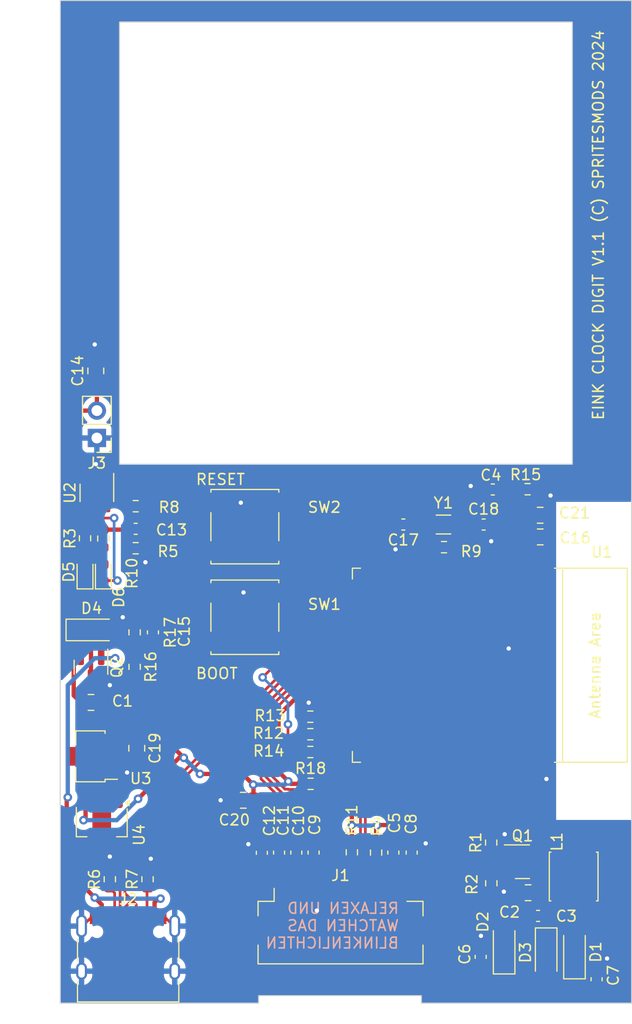
<source format=kicad_pcb>
(kicad_pcb (version 20240108) (generator "pcbnew") (generator_version "8.0")
  (layers (0 "F.Cu" signal) (31 "B.Cu" signal) (34 "B.Paste" user) (35 "F.Paste" user) (36 "B.SilkS" user "B.Silkscreen") (37 "F.SilkS" user "F.Silkscreen") (38 "B.Mask" user) (39 "F.Mask" user) (44 "Edge.Cuts" user))
  (net 0 "")
  (net 1 "GND")
  (net 2 "Net-(D2-A)")
  (net 3 "Net-(D1-A)")
  (net 4 "Net-(J1-VSH_LV)")
  (net 5 "EPD_VGH")
  (net 6 "EPD_VGL")
  (net 7 "Net-(J1-VSL_LV)")
  (net 8 "Net-(J1-VDD)")
  (net 9 "Net-(J1-VSH)")
  (net 10 "Net-(J1-VSL)")
  (net 11 "Net-(J1-VCOM)")
  (net 12 "VBUS")
  (net 13 "VBAT")
  (net 14 "Net-(D4-K)")
  (net 16 "EPD_GDR")
  (net 17 "EPD_RESE")
  (net 20 "Net-(J1-BS)")
  (net 21 "EPD_BUSY")
  (net 22 "EPD_RESET")
  (net 23 "EPD_CS")
  (net 24 "SCLK")
  (net 25 "MOSI")
  (net 28 "Net-(J2-CC1)")
  (net 29 "USB_DP")
  (net 30 "USB_DM")
  (net 32 "Net-(J2-CC2)")
  (net 34 "Net-(U2-PROG)")
  (net 35 "Net-(U1-GPIO0{slash}ADC1_CH0{slash}XTAL_32K_P)")
  (net 36 "Net-(U1-GPIO1{slash}ADC1_CH1{slash}XTAL_32K_N)")
  (net 39 "Net-(U1-GPIO9)")
  (net 47 "+3V3")
  (net 48 "Net-(U1-EN{slash}CHIP_PU)")
  (net 49 "Net-(U1-MTDI{slash}GPIO5{slash}ADC1_CH5)")
  (net 50 "Net-(D5-K)")
  (net 51 "Net-(D5-A)")
  (net 52 "Net-(D6-K)")
  (net 53 "Net-(D6-A)")
  (net 54 "Net-(J1-DC)")
  (net 55 "Net-(U1-GPIO22)")
  (net 56 "Net-(U1-GPIO23)")
  (net 57 "Net-(U1-GPIO21)")
  (footprint "Capacitor_SMD:C_0603_1608Metric" (layer "F.Cu") (at 95.1 115.6 90)
    (property "Reference" "C15")
    (property "Value" "100n")
  )
  (footprint "Capacitor_SMD:C_0603_1608Metric" (layer "F.Cu") (at 119.1 136.025 -90)
    (property "Reference" "C8")
    (property "Value" "1u/50V")
  )
  (footprint "Resistor_SMD:R_0603_1608Metric" (layer "F.Cu") (at 109.725 129.65)
    (property "Reference" "R18")
    (property "Value" "10K")
  )
  (footprint "Package_TO_SOT_SMD:SOT-23" (layer "F.Cu") (at 129.375 136.875)
    (property "Reference" "Q1")
    (property "Value" "AO3400")
  )
  (footprint "Resistor_SMD:R_0603_1608Metric" (layer "F.Cu") (at 94.6 138.5 90)
    (property "Reference" "R7")
    (property "Value" "5K1")
  )
  (footprint "LED_SMD:LED_0603_1608Metric" (layer "F.Cu") (at 88.8 110.0875 90)
    (property "Reference" "D5")
    (property "Value" "LED")
  )
  (footprint "Package_TO_SOT_SMD:SOT-89-3" (layer "F.Cu") (at 90.35 133.2 -90)
    (property "Reference" "U4")
    (property "Value" "HT7833_SOT89")
  )
  (footprint "Resistor_SMD:R_0603_1608Metric" (layer "F.Cu") (at 91.1 138.5 90)
    (property "Reference" "R6")
    (property "Value" "5K1")
  )
  (footprint "Capacitor_SMD:C_0603_1608Metric" (layer "F.Cu") (at 130.825 141.9)
    (property "Reference" "C3")
    (property "Value" "4u7/25V")
  )
  (footprint "Resistor_SMD:R_0603_1608Metric" (layer "F.Cu") (at 88.8 106.875 -90)
    (property "Reference" "R3")
    (property "Value" "1K")
  )
  (footprint "Diode_SMD:D_SOD-123" (layer "F.Cu") (at 89.4 115.375)
    (property "Reference" "D4")
    (property "Value" "MBR0520")
  )
  (footprint "Resistor_SMD:R_0603_1608Metric" (layer "F.Cu") (at 129.85 102.325 180)
    (property "Reference" "R15")
    (property "Value" "10k")
  )
  (footprint "jeroen:Hirose_FH12-24S-0.5SH_1x24-1MP_P0.50mm_Horizontal_reverse" (layer "F.Cu") (at 112.5 141.85)
    (property "Reference" "J1")
    (property "Value" "24-pin-epd-fpc")
  )
  (footprint "LED_SMD:LED_0603_1608Metric" (layer "F.Cu") (at 90.5 110.0875 90)
    (property "Reference" "D6")
    (property "Value" "LED")
  )
  (footprint "Resistor_SMD:R_0603_1608Metric" (layer "F.Cu") (at 126.475 135.1 90)
    (property "Reference" "R1")
    (property "Value" "1M")
  )
  (footprint "Resistor_SMD:R_0603_1608Metric" (layer "F.Cu") (at 109.7 125.05 180)
    (property "Reference" "R12")
    (property "Value" "0")
  )
  (footprint "Inductor_SMD:L_Sunlord_SWPA4012S" (layer "F.Cu") (at 134.125 138.25 90)
    (property "Reference" "L1")
    (property "Value" "10u")
  )
  (footprint "Capacitor_SMD:C_0603_1608Metric" (layer "F.Cu") (at 118.325 105.6 180)
    (property "Reference" "C17")
    (property "Value" "5p")
  )
  (footprint "Capacitor_SMD:C_0603_1608Metric" (layer "F.Cu") (at 110 136.025 -90)
    (property "Reference" "C9")
    (property "Value" "1u/25V")
  )
  (footprint "Capacitor_SMD:C_0805_2012Metric" (layer "F.Cu") (at 131.025 106.75)
    (property "Reference" "C16")
    (property "Value" "10u")
  )
  (footprint "Button_Switch_SMD:SW_SPST_B3S-1000" (layer "F.Cu") (at 103.625 105.8)
    (property "Reference" "SW2")
    (property "Value" "Reset")
  )
  (footprint "Capacitor_SMD:C_0805_2012Metric" (layer "F.Cu") (at 89.8 91.35 90)
    (property "Reference" "C14")
    (property "Value" "10u")
  )
  (footprint "Resistor_SMD:R_0603_1608Metric" (layer "F.Cu") (at 109.7 126.7 180)
    (property "Reference" "R14")
    (property "Value" "0")
  )
  (footprint "Espressif:ESP32-C6-WROOM-1" (layer "F.Cu") (at 123.35 118.65 -90)
    (property "Reference" "U1")
    (property "Value" "ESP32-C6-WROOM-1")
  )
  (footprint "Button_Switch_SMD:SW_SPST_B3S-1000" (layer "F.Cu") (at 103.625 114.2)
    (property "Reference" "SW1")
    (property "Value" "Boot")
  )
  (footprint "Resistor_SMD:R_0603_1608Metric" (layer "F.Cu") (at 122.1 107.7 180)
    (property "Reference" "R9")
    (property "Value" "5M")
  )
  (footprint "Capacitor_SMD:C_0805_2012Metric" (layer "F.Cu") (at 93.6 126.35 -90)
    (property "Reference" "C19")
    (property "Value" "10u")
  )
  (footprint "Capacitor_SMD:C_0603_1608Metric" (layer "F.Cu") (at 108.4 136.025 -90)
    (property "Reference" "C10")
    (property "Value" "1u/50V")
  )
  (footprint "Capacitor_SMD:C_0603_1608Metric" (layer "F.Cu") (at 117.4 136.025 -90)
    (property "Reference" "C5")
    (property "Value" "1u/50V")
  )
  (footprint "Package_TO_SOT_SMD:SOT-23" (layer "F.Cu") (at 89.35 118.8375 -90)
    (property "Reference" "Q2")
    (property "Value" "AO3401")
  )
  (footprint "Capacitor_SMD:C_0805_2012Metric" (layer "F.Cu") (at 131.02 104.74)
    (property "Reference" "C21")
    (property "Value" "10u")
  )
  (footprint "Diode_SMD:D_SOD-123" (layer "F.Cu") (at 127.675 144.925 90)
    (property "Reference" "D2")
    (property "Value" "MBR0530")
  )
  (footprint "Capacitor_SMD:C_0603_1608Metric" (layer "F.Cu") (at 105.2 136.05 -90)
    (property "Reference" "C12")
    (property "Value" "1u/50V")
  )
  (footprint "Package_TO_SOT_SMD:SOT-89-3" (layer "F.Cu") (at 89.3 127.1 180)
    (property "Reference" "U3")
    (property "Value" "HT7833_SOT89")
  )
  (footprint "Capacitor_SMD:C_0805_2012Metric" (layer "F.Cu") (at 129.9 139.75 180)
    (property "Reference" "C2")
    (property "Value" "10u")
  )
  (footprint "Diode_SMD:D_SOD-123" (layer "F.Cu") (at 134.2 145.375 90)
    (property "Reference" "D1")
    (property "Value" "MBR0530")
  )
  (footprint "Resistor_SMD:R_0603_1608Metric" (layer "F.Cu") (at 126.4875 138.875 -90)
    (property "Reference" "R2")
    (property "Value" "0R47")
  )
  (footprint "Resistor_SMD:R_0603_1608Metric" (layer "F.Cu") (at 113.55 136 -90)
    (property "Reference" "R11")
    (property "Value" "0")
  )
  (footprint "Resistor_SMD:R_0603_1608Metric" (layer "F.Cu") (at 115.8 136.025 -90)
    (property "Reference" "R4")
    (property "Value" "0")
  )
  (footprint "Package_TO_SOT_SMD:SOT-23-6" (layer "F.Cu") (at 89.9 102.6625 -90)
    (property "Reference" "U2")
    (property "Value" "TP4057")
  )
  (footprint "Diode_SMD:D_SOD-123" (layer "F.Cu") (at 131.575 145.375 -90)
    (property "Reference" "D3")
    (property "Value" "MBR0530")
  )
  (footprint "Capacitor_SMD:C_0603_1608Metric" (layer "F.Cu") (at 136.25 147.775 -90)
    (property "Reference" "C7")
    (property "Value" "1u/50V")
  )
  (footprint "Resistor_SMD:R_0603_1608Metric" (layer "F.Cu") (at 90.5 106.9 -90)
    (property "Reference" "R10")
    (property "Value" "1K")
  )
  (footprint "Capacitor_SMD:C_0603_1608Metric" (layer "F.Cu") (at 125.5 145.7 -90)
    (property "Reference" "C6")
    (property "Value" "1u/50V")
  )
  (footprint "Capacitor_SMD:C_0603_1608Metric" (layer "F.Cu") (at 106.8 136.025 -90)
    (property "Reference" "C11")
    (property "Value" "1u/50V")
  )
  (footprint "Resistor_SMD:R_0603_1608Metric" (layer "F.Cu") (at 93.4 118.8 90)
    (property "Reference" "R16")
    (property "Value" "1M")
  )
  (footprint "Resistor_SMD:R_0603_1608Metric" (layer "F.Cu") (at 109.7 123.425 180)
    (property "Reference" "R13")
    (property "Value" "0")
  )
  (footprint "Capacitor_SMD:C_0603_1608Metric" (layer "F.Cu") (at 93.5 106)
    (property "Reference" "C13")
    (property "Value" "1u")
  )
  (footprint "Crystal:Crystal_SMD_3215-2Pin_3.2x1.5mm" (layer "F.Cu") (at 122.05 105.6)
    (property "Reference" "Y1")
    (property "Value" "32KHz")
  )
  (footprint "Resistor_SMD:R_0603_1608Metric" (layer "F.Cu") (at 93.4 115.6 90)
    (property "Reference" "R17")
    (property "Value" "1M")
  )
  (footprint "Capacitor_SMD:C_0603_1608Metric" (layer "F.Cu") (at 125.775 105.6)
    (property "Reference" "C18")
    (property "Value" "5p")
  )
  (footprint "Resistor_SMD:R_0603_1608Metric" (layer "F.Cu") (at 93.5 103.9)
    (property "Reference" "R8")
    (property "Value" "1K6")
  )
  (footprint "Capacitor_SMD:C_0603_1608Metric" (layer "F.Cu") (at 126.625 102.35 180)
    (property "Reference" "C4")
    (property "Value" "1u")
  )
  (footprint "Capacitor_SMD:C_0805_2012Metric" (layer "F.Cu") (at 103.475 131.175 180)
    (property "Reference" "C20")
    (property "Value" "10u")
  )
  (footprint "Capacitor_SMD:C_0805_2012Metric" (layer "F.Cu") (at 89.35 122.1)
    (property "Reference" "C1")
    (property "Value" "10u")
  )
  (footprint "Resistor_SMD:R_0603_1608Metric" (layer "F.Cu") (at 93.5 107.8)
    (property "Reference" "R5")
    (property "Value" "10K")
  )
  (footprint "Connector_USB:USB_C_Receptacle_HRO_TYPE-C-31-M-12" (layer "F.Cu") (at 92.8 145.975)
    (property "Reference" "J2")
    (property "Value" "USB_C_Receptacle_USB2.0_16P")
  )
  (footprint "Connector_PinHeader_2.54mm:PinHeader_1x02_P2.54mm_Vertical" (layer "F.Cu") (at 89.9 97.575 180)
    (property "Reference" "J3")
    (property "Value" "Conn_01x02")
  )
  (gr_line (start 104.9 150) (end 104.9 149.3) (stroke (width 0.1)) (layer "Edge.Cuts"))
  (gr_line (start 92 100) (end 92 59) (stroke (width 0.1)) (layer "Edge.Cuts"))
  (gr_line (start 134 59) (end 134 100) (stroke (width 0.1)) (layer "Edge.Cuts"))
  (gr_line (start 120 150) (end 139.5 150) (stroke (width 0.1)) (layer "Edge.Cuts"))
  (gr_line (start 104.9 150) (end 86.5 150) (stroke (width 0.1)) (layer "Edge.Cuts"))
  (gr_line (start 86.5 150) (end 86.5 57) (stroke (width 0.1)) (layer "Edge.Cuts"))
  (gr_line (start 134 100) (end 92 100) (stroke (width 0.1)) (layer "Edge.Cuts"))
  (gr_line (start 120 149.3) (end 120 150) (stroke (width 0.1)) (layer "Edge.Cuts"))
  (gr_line (start 139.5 57) (end 139.5 150) (stroke (width 0.1)) (layer "Edge.Cuts"))
  (gr_line (start 86.5 57) (end 139.5 57) (stroke (width 0.1)) (layer "Edge.Cuts"))
  (gr_line (start 92 59) (end 134 59) (stroke (width 0.1)) (layer "Edge.Cuts"))
  (gr_line (start 104.9 149.3) (end 120 149.3) (stroke (width 0.1)) (layer "Edge.Cuts"))
  (gr_text "RELAXEN UND\nWATCHEN DAS\nBLINKENLICHTEN" (at 118 145 0) (layer "B.SilkS") (effects (font (size 1 1)) (justify left bottom mirror)))
  (gr_text "BOOT" (at 99 120 0) (layer "F.SilkS") (effects (font (size 1 1)) (justify left bottom)))
  (gr_text "EINK CLOCK DIGIT V1.1 (C) SPRITESMODS 2024" (at 137 96 90) (layer "F.SilkS") (effects (font (size 1 1)) (justify left bottom)))
  (gr_text "RESET" (at 99 102 0) (layer "F.SilkS") (effects (font (size 1 1)) (justify left bottom)))
  (segment (start 131.975 106.75) (end 131.975 102.915) (width 0.4) (layer "F.Cu") (net 1))
  (segment (start 124.64 118.395) (end 125.89 118.395) (width 0.4) (layer "F.Cu") (net 1))
  (segment (start 136.225 147.025) (end 136.25 147) (width 0.25) (layer "F.Cu") (net 1))
  (segment (start 99.65 111.95) (end 103.45 111.95) (width 0.4) (layer "F.Cu") (net 1))
  (segment (start 125.89 118.395) (end 127.14 118.395) (width 0.4) (layer "F.Cu") (net 1))
  (segment (start 90.3 122.1) (end 90.3 121.3) (width 0.4) (layer "F.Cu") (net 1))
  (segment (start 92.7 128.2) (end 93.6 127.3) (width 0.4) (layer "F.Cu") (net 1))
  (segment (start 125.89 115.895) (end 127.14 115.895) (width 0.4) (layer "F.Cu") (net 1))
  (segment (start 91.85 129.2) (end 91.25 128.6) (width 0.4) (layer "F.Cu") (net 1))
  (segment (start 124.64 115.895) (end 125.89 115.895) (width 0.4) (layer "F.Cu") (net 1))
  (segment (start 120.325 135.25) (end 120.4 135.175) (width 0.25) (layer "F.Cu") (net 1))
  (segment (start 127.14 118.395) (end 127.14 117.145) (width 0.4) (layer "F.Cu") (net 1))
  (segment (start 108.4 135.25) (end 110 135.25) (width 0.25) (layer "F.Cu") (net 1))
  (segment (start 94.275 107.75) (end 94.325 107.8) (width 0.4) (layer "F.Cu") (net 1))
  (segment (start 126.55 107.075) (end 126.475 107.15) (width 0.25) (layer "F.Cu") (net 1))
  (segment (start 103.5 111.9) (end 103.55 111.95) (width 0.4) (layer "F.Cu") (net 1))
  (segment (start 131.61 107.115) (end 131.975 106.75) (width 0.4) (layer "F.Cu") (net 1))
  (segment (start 124.64 117.145) (end 125.89 117.145) (width 0.4) (layer "F.Cu") (net 1))
  (segment (start 136.25 147) (end 136.25 146.825) (width 0.25) (layer "F.Cu") (net 1))
  (segment (start 125.89 117.145) (end 127.14 117.145) (width 0.4) (layer "F.Cu") (net 1))
  (segment (start 128.85 139.65) (end 128.95 139.75) (width 0.25) (layer "F.Cu") (net 1))
  (segment (start 91.25 128.6) (end 92.7 128.6) (width 0.4) (layer "F.Cu") (net 1))
  (segment (start 124.9 102.35) (end 124.575 102.025) (width 0.25) (layer "F.Cu") (net 1))
  (segment (start 94.325 107.8) (end 94.325 109.025) (width 0.4) (layer "F.Cu") (net 1))
  (segment (start 127.14 117.145) (end 128.055 117.145) (width 0.4) (layer "F.Cu") (net 1))
  (segment (start 93.4 114.775) (end 92.875 114.775) (width 0.25) (layer "F.Cu") (net 1))
  (segment (start 131.61 127.4) (end 131.61 129.19) (width 0.4) (layer "F.Cu") (net 1))
  (segment (start 96.205 142.015) (end 97.12 142.93) (width 0.25) (layer "F.Cu") (net 1))
  (segment (start 93.45 114.825) (end 93.4 114.775) (width 0.25) (layer "F.Cu") (net 1))
  (segment (start 91.1 137.675) (end 91.1 136.4) (width 0.25) (layer "F.Cu") (net 1))
  (segment (start 127.65 139.65) (end 128.85 139.65) (width 0.25) (layer "F.Cu") (net 1))
  (segment (start 94.325 105.95) (end 94.275 106) (width 0.4) (layer "F.Cu") (net 1))
  (segment (start 110.25 140) (end 110.25 141.35) (width 0.25) (layer "F.Cu") (net 1))
  (segment (start 102.525 131.175) (end 101.375 131.175) (width 0.4) (layer "F.Cu") (net 1))
  (segment (start 126.4875 139.7) (end 127.6 139.7) (width 0.25) (layer "F.Cu") (net 1))
  (segment (start 94.325 109.025) (end 94.4 109.1) (width 0.4) (layer "F.Cu") (net 1))
  (segment (start 108.875 123.425) (end 108.875 122.8) (width 0.25) (layer "F.Cu") (net 1))
  (segment (start 126.475 134.275) (end 127.675 134.275) (width 0.25) (layer "F.Cu") (net 1))
  (segment (start 127.675 134.275) (end 127.725 134.325) (width 0.25) (layer "F.Cu") (net 1))
  (segment (start 99.65 103.55) (end 103.225 103.55) (width 0.4) (layer "F.Cu") (net 1))
  (segment (start 134.2 147.025) (end 136.225 147.025) (width 0.25) (layer "F.Cu") (net 1))
  (segment (start 117.55 107.85) (end 117.6 107.9) (width 0.25) (layer "F.Cu") (net 1))
  (segment (start 125.85 102.35) (end 124.9 102.35) (width 0.25) (layer "F.Cu") (net 1))
  (segment (start 103.55 111.95) (end 107.6 111.95) (width 0.4) (layer "F.Cu") (net 1))
  (segment (start 127.14 117.145) (end 127.14 115.895) (width 0.4) (layer "F.Cu") (net 1))
  (segment (start 117.4 135.25) (end 119.1 135.25) (width 0.25) (layer "F.Cu") (net 1))
  (segment (start 105.2 135.275) (end 106.775 135.275) (width 0.25) (layer "F.Cu") (net 1))
  (segment (start 125.5 144.925) (end 125.5 143.775) (width 0.25) (layer "F.Cu") (net 1))
  (segment (start 103.975 135.275) (end 103.95 135.25) (width 0.25) (layer "F.Cu") (net 1))
  (segment (start 103.225 103.55) (end 103.25 103.575) (width 0.4) (layer "F.Cu") (net 1))
  (segment (start 92.7 128.6) (end 92.7 128.2) (width 0.4) (layer "F.Cu") (net 1))
  (segment (start 103.25 103.575) (end 103.275 103.55) (width 0.4) (layer "F.Cu") (net 1))
  (segment (start 117.55 105.6) (end 117.55 107.85) (width 0.25) (layer "F.Cu") (net 1))
  (segment (start 127.6 139.7) (end 127.65 139.65) (width 0.25) (layer "F.Cu") (net 1))
  (segment (start 92.875 114.775) (end 92.3 114.2) (width 0.25) (layer "F.Cu") (net 1))
  (segment (start 94.6 137.675) (end 94.6 136.9) (width 0.25) (layer "F.Cu") (net 1))
  (segment (start 108.875 122.8) (end 109.55 122.125) (width 0.25) (layer "F.Cu") (net 1))
  (segment (start 94.6 136.9) (end 94.9 136.6) (width 0.25) (layer "F.Cu") (net 1))
  (segment (start 91.85 131.25) (end 91.85 129.2) (width 0.4) (layer "F.Cu") (net 1))
  (segment (start 131.61 108.475) (end 131.61 107.115) (width 0.4) (layer "F.Cu") (net 1))
  (segment (start 103.45 111.95) (end 103.5 111.9) (width 0.4) (layer "F.Cu") (net 1))
  (segment (start 125.5 143.775) (end 125.525 143.75) (width 0.25) (layer "F.Cu") (net 1))
  (segment (start 96.05 142.015) (end 96.205 142.015) (width 0.25) (layer "F.Cu") (net 1))
  (segment (start 110.25 141.35) (end 110.3 141.4) (width 0.25) (layer "F.Cu") (net 1))
  (segment (start 131.975 102.915) (end 131.98 102.91) (width 0.4) (layer "F.Cu") (net 1))
  (segment (start 94.325 103.9) (end 94.325 105.95) (width 0.4) (layer "F.Cu") (net 1))
  (segment (start 108.875 125.05) (end 108.875 123.425) (width 0.25) (layer "F.Cu") (net 1))
  (segment (start 89.55 142.015) (end 89.395 142.015) (width 0.25) (layer "F.Cu") (net 1))
  (segment (start 89.9 101.525) (end 89.9 100.1) (width 0.4) (layer "F.Cu") (net 1))
  (segment (start 117.64 107.94) (end 117.6 107.9) (width 0.4) (layer "F.Cu") (net 1))
  (segment (start 131.61 109.9) (end 131.61 108.475) (width 0.4) (layer "F.Cu") (net 1))
  (segment (start 105.2 135.275) (end 103.975 135.275) (width 0.25) (layer "F.Cu") (net 1))
  (segment (start 128.055 117.145) (end 128.1 117.1) (width 0.4) (layer "F.Cu") (net 1))
  (segment (start 106.775 135.275) (end 106.8 135.25) (width 0.25) (layer "F.Cu") (net 1))
  (segment (start 131.61 129.19) (end 131.6 129.2) (width 0.4) (layer "F.Cu") (net 1))
  (segment (start 126.55 105.6) (end 126.55 107.075) (width 0.25) (layer "F.Cu") (net 1))
  (segment (start 103.275 103.55) (end 107.6 103.55) (width 0.4) (layer "F.Cu") (net 1))
  (segment (start 94.275 106) (end 94.275 107.75) (width 0.4) (layer "F.Cu") (net 1))
  (segment (start 106.8 135.25) (end 108.4 135.25) (width 0.25) (layer "F.Cu") (net 1))
  (segment (start 95.1 114.825) (end 93.45 114.825) (width 0.25) (layer "F.Cu") (net 1))
  (segment (start 108.875 126.7) (end 108.875 125.05) (width 0.25) (layer "F.Cu") (net 1))
  (segment (start 90.3 121.3) (end 91.1 120.5) (width 0.4) (layer "F.Cu") (net 1))
  (segment (start 136.25 146.825) (end 137.225 145.85) (width 0.25) (layer "F.Cu") (net 1))
  (segment (start 119.1 135.25) (end 120.325 135.25) (width 0.25) (layer "F.Cu") (net 1))
  (segment (start 89.395 142.015) (end 88.48 142.93) (width 0.25) (layer "F.Cu") (net 1))
  (segment (start 89.8 89) (end 89.7 88.9) (width 0.4) (layer "F.Cu") (net 1))
  (segment (start 89.9 100.1) (end 89.8 100) (width 0.4) (layer "F.Cu") (net 1))
  (segment (start 89.8 90.4) (end 89.8 89) (width 0.4) (layer "F.Cu") (net 1))
  (via (at 120.4 135.175) (size 0.8) (drill 0.4) (layers "F.Cu" "B.Cu") (net 1))
  (via (at 92.7 128.6) (size 0.8) (drill 0.4) (layers "F.Cu" "B.Cu") (net 1))
  (via (at 124.575 102.025) (size 0.8) (drill 0.4) (layers "F.Cu" "B.Cu") (net 1))
  (via (at 131.98 102.91) (size 0.8) (drill 0.4) (layers "F.Cu" "B.Cu") (net 1))
  (via (at 103.5 111.9) (size 0.8) (drill 0.4) (layers "F.Cu" "B.Cu") (net 1))
  (via (at 117.6 107.9) (size 0.8) (drill 0.4) (layers "F.Cu" "B.Cu") (net 1))
  (via (at 110.3 141.4) (size 0.8) (drill 0.4) (layers "F.Cu" "B.Cu") (net 1))
  (via (at 94.4 109.1) (size 0.8) (drill 0.4) (layers "F.Cu" "B.Cu") (net 1))
  (via (at 131.6 129.2) (size 0.8) (drill 0.4) (layers "F.Cu" "B.Cu") (net 1))
  (via (at 109.55 122.125) (size 0.8) (drill 0.4) (layers "F.Cu" "B.Cu") (net 1))
  (via (at 103.25 103.575) (size 0.8) (drill 0.4) (layers "F.Cu" "B.Cu") (net 1))
  (via (at 137.225 145.85) (size 0.8) (drill 0.4) (layers "F.Cu" "B.Cu") (net 1))
  (via (at 89.7 88.9) (size 0.8) (drill 0.4) (layers "F.Cu" "B.Cu") (net 1))
  (via (at 128.1 117.1) (size 0.8) (drill 0.4) (layers "F.Cu" "B.Cu") (net 1))
  (via (at 91.1 136.4) (size 0.8) (drill 0.4) (layers "F.Cu" "B.Cu") (net 1))
  (via (at 92.3 114.2) (size 0.8) (drill 0.4) (layers "F.Cu" "B.Cu") (net 1))
  (via (at 89.8 100) (size 0.8) (drill 0.4) (layers "F.Cu" "B.Cu") (net 1))
  (via (at 127.725 134.325) (size 0.8) (drill 0.4) (layers "F.Cu" "B.Cu") (net 1))
  (via (at 91.1 120.5) (size 0.8) (drill 0.4) (layers "F.Cu" "B.Cu") (net 1))
  (via (at 94.9 136.6) (size 0.8) (drill 0.4) (layers "F.Cu" "B.Cu") (net 1))
  (via (at 125.525 143.75) (size 0.8) (drill 0.4) (layers "F.Cu" "B.Cu") (net 1))
  (via (at 101.375 131.175) (size 0.8) (drill 0.4) (layers "F.Cu" "B.Cu") (net 1))
  (via (at 127.65 139.65) (size 0.8) (drill 0.4) (layers "F.Cu" "B.Cu") (net 1))
  (via (at 103.95 135.25) (size 0.8) (drill 0.4) (layers "F.Cu" "B.Cu") (net 1))
  (via (at 126.475 107.15) (size 0.8) (drill 0.4) (layers "F.Cu" "B.Cu") (net 1))
  (segment (start 129.95 141.8) (end 130.05 141.9) (width 0.4) (layer "F.Cu") (net 2))
  (segment (start 130.05 141.9) (end 129.05 141.9) (width 0.25) (layer "F.Cu") (net 2))
  (segment (start 130.3125 136.875) (end 129.95 137.2375) (width 0.4) (layer "F.Cu") (net 2))
  (segment (start 134 136.875) (end 134.125 136.75) (width 0.4) (layer "F.Cu") (net 2))
  (segment (start 129.05 141.9) (end 127.675 143.275) (width 0.25) (layer "F.Cu") (net 2))
  (segment (start 129.95 137.2375) (end 129.95 141.8) (width 0.4) (layer "F.Cu") (net 2))
  (segment (start 130.3125 136.875) (end 134 136.875) (width 0.4) (layer "F.Cu") (net 2))
  (segment (start 131.575 143.725) (end 134.2 143.725) (width 0.25) (layer "F.Cu") (net 3))
  (segment (start 131.575 143.725) (end 131.575 141.925) (width 0.25) (layer "F.Cu") (net 3))
  (segment (start 131.575 141.925) (end 131.6 141.9) (width 0.25) (layer "F.Cu") (net 3))
  (segment (start 117.15 137.05) (end 117.4 136.8) (width 0.25) (layer "F.Cu") (net 4))
  (segment (start 116.25 138.7) (end 117.4 137.55) (width 0.25) (layer "F.Cu") (net 4))
  (segment (start 117.4 137.55) (end 117.4 136.8) (width 0.25) (layer "F.Cu") (net 4))
  (segment (start 116.25 140) (end 116.25 138.7) (width 0.25) (layer "F.Cu") (net 4))
  (segment (start 125.6 146.575) (end 125.5 146.475) (width 0.25) (layer "F.Cu") (net 5))
  (segment (start 127.675 146.575) (end 125.6 146.575) (width 0.25) (layer "F.Cu") (net 5))
  (segment (start 113.411396 146.475) (end 108.25 141.313604) (width 0.25) (layer "F.Cu") (net 5))
  (segment (start 108.25 141.313604) (end 108.25 140) (width 0.25) (layer "F.Cu") (net 5))
  (segment (start 125.5 146.475) (end 113.411396 146.475) (width 0.25) (layer "F.Cu") (net 5))
  (segment (start 131.65 148.55) (end 124.4 148.55) (width 0.25) (layer "F.Cu") (net 6))
  (segment (start 131.575 148.475) (end 131.65 148.55) (width 0.25) (layer "F.Cu") (net 6))
  (segment (start 124.4 148.55) (end 122.9 147.05) (width 0.25) (layer "F.Cu") (net 6))
  (segment (start 131.575 147.025) (end 131.575 148.475) (width 0.25) (layer "F.Cu") (net 6))
  (segment (start 107.25 140.95) (end 107.25 140) (width 0.25) (layer "F.Cu") (net 6))
  (segment (start 122.9 147.05) (end 113.35 147.05) (width 0.25) (layer "F.Cu") (net 6))
  (segment (start 113.35 147.05) (end 107.25 140.95) (width 0.25) (layer "F.Cu") (net 6))
  (segment (start 136.25 148.55) (end 131.65 148.55) (width 0.25) (layer "F.Cu") (net 6))
  (segment (start 116.75 139.05) (end 119 136.8) (width 0.25) (layer "F.Cu") (net 7))
  (segment (start 116.75 140) (end 116.75 139.05) (width 0.25) (layer "F.Cu") (net 7))
  (segment (start 119.1 137.025) (end 119.1 136.8) (width 0.25) (layer "F.Cu") (net 7))
  (segment (start 119 136.8) (end 119.1 136.8) (width 0.25) (layer "F.Cu") (net 7))
  (segment (start 109.75 140) (end 109.75 137.05) (width 0.25) (layer "F.Cu") (net 8))
  (segment (start 109.75 137.05) (end 110 136.8) (width 0.25) (layer "F.Cu") (net 8))
  (segment (start 108.75 140) (end 108.75 137.15) (width 0.25) (layer "F.Cu") (net 9))
  (segment (start 108.75 137.15) (end 108.4 136.8) (width 0.25) (layer "F.Cu") (net 9))
  (segment (start 107.75 140) (end 107.75 138.95) (width 0.25) (layer "F.Cu") (net 10))
  (segment (start 107.75 138.95) (end 106.8 138) (width 0.25) (layer "F.Cu") (net 10))
  (segment (start 106.8 138) (end 106.8 136.8) (width 0.25) (layer "F.Cu") (net 10))
  (segment (start 106.75 140) (end 106.75 139.25) (width 0.25) (layer "F.Cu") (net 11))
  (segment (start 105.2 137.7) (end 105.2 136.825) (width 0.25) (layer "F.Cu") (net 11))
  (segment (start 106.75 139.25) (end 105.2 137.7) (width 0.25) (layer "F.Cu") (net 11))
  (segment (start 95.25 142.015) (end 95.25 140.65) (width 0.4) (layer "F.Cu") (net 12))
  (segment (start 90.3 117.9) (end 90.3 116.125) (width 0.4) (layer "F.Cu") (net 12))
  (segment (start 88.8 106.05) (end 87.7 107.15) (width 0.4) (layer "F.Cu") (net 12))
  (segment (start 91.6 118) (end 90.4 118) (width 0.4) (layer "F.Cu") (net 12))
  (segment (start 88.95 105.9) (end 88.8 106.05) (width 0.4) (layer "F.Cu") (net 12))
  (segment (start 92.65 106.075) (end 92.725 106) (width 0.4) (layer "F.Cu") (net 12))
  (segment (start 87.1 131) (end 87.2 130.9) (width 0.4) (layer "F.Cu") (net 12))
  (segment (start 89.7 140.2) (end 87.1 137.6) (width 0.4) (layer "F.Cu") (net 12))
  (segment (start 88.95 103.8) (end 88.95 105.9) (width 0.4) (layer "F.Cu") (net 12))
  (segment (start 92.725 107.75) (end 92.675 107.8) (width 0.4) (layer "F.Cu") (net 12))
  (segment (start 95.6 140.3) (end 95.8 140.3) (width 0.4) (layer "F.Cu") (net 12))
  (segment (start 87.7 112.025) (end 91.05 115.375) (width 0.4) (layer "F.Cu") (net 12))
  (segment (start 87.7 107.15) (end 87.7 112.025) (width 0.4) (layer "F.Cu") (net 12))
  (segment (start 88.8 106.05) (end 90.475 106.05) (width 0.4) (layer "F.Cu") (net 12))
  (segment (start 90.475 106.05) (end 90.5 106.075) (width 0.4) (layer "F.Cu") (net 12))
  (segment (start 87.1 137.6) (end 87.1 131) (width 0.4) (layer "F.Cu") (net 12))
  (segment (start 90.5 106.075) (end 92.65 106.075) (width 0.4) (layer "F.Cu") (net 12))
  (segment (start 89.7 140.2) (end 90.35 140.85) (width 0.4) (layer "F.Cu") (net 12))
  (segment (start 92.725 106) (end 92.725 107.75) (width 0.4) (layer "F.Cu") (net 12))
  (segment (start 90.4 118) (end 90.3 117.9) (width 0.4) (layer "F.Cu") (net 12))
  (segment (start 95.25 140.65) (end 95.6 140.3) (width 0.4) (layer "F.Cu") (net 12))
  (segment (start 90.35 140.85) (end 90.35 142.015) (width 0.4) (layer "F.Cu") (net 12))
  (segment (start 90.3 116.125) (end 91.05 115.375) (width 0.4) (layer "F.Cu") (net 12))
  (via (at 87.2 130.9) (size 0.8) (drill 0.4) (layers "F.Cu" "B.Cu") (net 12))
  (via (at 95.8 140.3) (size 0.8) (drill 0.4) (layers "F.Cu" "B.Cu") (net 12))
  (via (at 89.7 140.2) (size 0.8) (drill 0.4) (layers "F.Cu" "B.Cu") (net 12))
  (via (at 91.6 118) (size 0.8) (drill 0.4) (layers "F.Cu" "B.Cu") (net 12))
  (segment (start 89.7 118) (end 91.6 118) (width 0.4) (layer "B.Cu") (net 12))
  (segment (start 87.2 130.9) (end 87.2 120.5) (width 0.4) (layer "B.Cu") (net 12))
  (segment (start 95.8 140.3) (end 89.8 140.3) (width 0.4) (layer "B.Cu") (net 12))
  (segment (start 89.8 140.3) (end 89.7 140.2) (width 0.4) (layer "B.Cu") (net 12))
  (segment (start 87.2 120.5) (end 89.7 118) (width 0.4) (layer "B.Cu") (net 12))
  (segment (start 87.1 112.8) (end 87.1 106.5) (width 0.4) (layer "F.Cu") (net 13))
  (segment (start 93.4 119.625) (end 89.5 119.625) (width 0.25) (layer "F.Cu") (net 13))
  (segment (start 88.565 95.035) (end 87.6 96) (width 0.4) (layer "F.Cu") (net 13))
  (segment (start 87.6 100.175) (end 88.95 101.525) (width 0.4) (layer "F.Cu") (net 13))
  (segment (start 89.35 115.05) (end 87.1 112.8) (width 0.4) (layer "F.Cu") (net 13))
  (segment (start 89.5 119.625) (end 89.35 119.775) (width 0.25) (layer "F.Cu") (net 13))
  (segment (start 87.1 106.5) (end 87.6 106) (width 0.4) (layer "F.Cu") (net 13))
  (segment (start 89.9 95.035) (end 88.565 95.035) (width 0.4) (layer "F.Cu") (net 13))
  (segment (start 87.6 96) (end 87.6 100.175) (width 0.4) (layer "F.Cu") (net 13))
  (segment (start 89.9 92.4) (end 89.8 92.3) (width 0.4) (layer "F.Cu") (net 13))
  (segment (start 89.9 95.035) (end 89.9 92.4) (width 0.4) (layer "F.Cu") (net 13))
  (segment (start 87.6 106) (end 87.6 100.175) (width 0.4) (layer "F.Cu") (net 13))
  (segment (start 89.35 119.775) (end 89.35 115.05) (width 0.4) (layer "F.Cu") (net 13))
  (segment (start 90.69 127.1) (end 90.04 127.75) (width 0.4) (layer "F.Cu") (net 14))
  (segment (start 87.75 115.375) (end 87.75 117.9) (width 0.4) (layer "F.Cu") (net 14))
  (segment (start 87.75 117.9) (end 88.4 117.9) (width 0.4) (layer "F.Cu") (net 14))
  (segment (start 91.1625 127.1) (end 90.69 127.1) (width 0.4) (layer "F.Cu") (net 14))
  (segment (start 91.1625 127.1) (end 89.5 127.1) (width 0.4) (layer "F.Cu") (net 14))
  (segment (start 89.5 127.1) (end 88.4 126) (width 0.4) (layer "F.Cu") (net 14))
  (segment (start 90.04 131.0275) (end 90.35 131.3375) (width 0.4) (layer "F.Cu") (net 14))
  (segment (start 88.4 126) (end 88.4 122.1) (width 0.4) (layer "F.Cu") (net 14))
  (segment (start 90.04 127.75) (end 90.04 131.0275) (width 0.4) (layer "F.Cu") (net 14))
  (segment (start 87.75 121.45) (end 88.4 122.1) (width 0.4) (layer "F.Cu") (net 14))
  (segment (start 87.75 117.9) (end 87.75 121.45) (width 0.4) (layer "F.Cu") (net 14))
  (segment (start 121.85 136.625) (end 125.775 136.625) (width 0.25) (layer "F.Cu") (net 16))
  (segment (start 117.75 139.025) (end 118.725 138.05) (width 0.25) (layer "F.Cu") (net 16))
  (segment (start 126.475 135.925) (end 128.4375 135.925) (width 0.25) (layer "F.Cu") (net 16))
  (segment (start 120.425 138.05) (end 121.85 136.625) (width 0.25) (layer "F.Cu") (net 16))
  (segment (start 118.725 138.05) (end 120.425 138.05) (width 0.25) (layer "F.Cu") (net 16))
  (segment (start 117.75 140) (end 117.75 139.025) (width 0.25) (layer "F.Cu") (net 16))
  (segment (start 125.775 136.625) (end 126.475 135.925) (width 0.25) (layer "F.Cu") (net 16))
  (segment (start 117.3 141.325) (end 119.6 141.325) (width 0.25) (layer "F.Cu") (net 17))
  (segment (start 128.2125 138.05) (end 128.4375 137.825) (width 0.25) (layer "F.Cu") (net 17))
  (segment (start 117.25 140) (end 117.25 141.275) (width 0.25) (layer "F.Cu") (net 17))
  (segment (start 122.875 138.05) (end 126.4875 138.05) (width 0.25) (layer "F.Cu") (net 17))
  (segment (start 117.25 141.275) (end 117.3 141.325) (width 0.25) (layer "F.Cu") (net 17))
  (segment (start 126.4875 138.05) (end 128.2125 138.05) (width 0.25) (layer "F.Cu") (net 17))
  (segment (start 119.6 141.325) (end 122.875 138.05) (width 0.25) (layer "F.Cu") (net 17))
  (segment (start 114.75 140) (end 114.75 138.5) (width 0.25) (layer "F.Cu") (net 20))
  (segment (start 115.65 136.9) (end 115.7 136.85) (width 0.25) (layer "F.Cu") (net 20))
  (segment (start 114.75 138.5) (end 115.8 137.45) (width 0.25) (layer "F.Cu") (net 20))
  (segment (start 115.8 137.45) (end 115.8 136.85) (width 0.25) (layer "F.Cu") (net 20))
  (segment (start 116.111396 129.925) (end 129.725 129.925) (width 0.25) (layer "F.Cu") (net 21))
  (segment (start 114.8 137.813604) (end 114.8 131.236396) (width 0.25) (layer "F.Cu") (net 21))
  (segment (start 114.8 131.236396) (end 116.111396 129.925) (width 0.25) (layer "F.Cu") (net 21))
  (segment (start 129.725 129.925) (end 130.34 129.31) (width 0.25) (layer "F.Cu") (net 21))
  (segment (start 114.25 138.363604) (end 114.8 137.813604) (width 0.25) (layer "F.Cu") (net 21))
  (segment (start 130.34 129.31) (end 130.34 127.4) (width 0.25) (layer "F.Cu") (net 21))
  (segment (start 114.25 140) (end 114.25 138.363604) (width 0.25) (layer "F.Cu") (net 21))
  (segment (start 115.95 129.45) (end 128.425 129.45) (width 0.25) (layer "F.Cu") (net 22))
  (segment (start 113.75 140) (end 113.75 138.227208) (width 0.25) (layer "F.Cu") (net 22))
  (segment (start 114.35 137.627208) (end 114.35 131.05) (width 0.25) (layer "F.Cu") (net 22))
  (segment (start 114.35 131.05) (end 115.95 129.45) (width 0.25) (layer "F.Cu") (net 22))
  (segment (start 128.425 129.45) (end 129.07 128.805) (width 0.25) (layer "F.Cu") (net 22))
  (segment (start 113.75 138.227208) (end 114.35 137.627208) (width 0.25) (layer "F.Cu") (net 22))
  (segment (start 129.07 128.805) (end 129.07 127.4) (width 0.25) (layer "F.Cu") (net 22))
  (segment (start 107.636211 130.146) (end 107.353368 130.146) (width 0.25) (layer "F.Cu") (net 23))
  (segment (start 112.75 134.484746) (end 108.715254 130.45) (width 0.25) (layer "F.Cu") (net 23))
  (segment (start 108.715254 130.45) (end 108.476996 130.45) (width 0.25) (layer "F.Cu") (net 23))
  (segment (start 107.665211 130.175) (end 107.636211 130.146) (width 0.25) (layer "F.Cu") (net 23))
  (segment (start 108.201996 130.175) (end 107.665211 130.175) (width 0.25) (layer "F.Cu") (net 23))
  (segment (start 112.75 140) (end 112.75 134.484746) (width 0.25) (layer "F.Cu") (net 23))
  (segment (start 127.8 111.6) (end 127.8 109.9) (width 0.25) (layer "F.Cu") (net 23))
  (segment (start 107.353368 130.146) (end 106.025 128.817632) (width 0.25) (layer "F.Cu") (net 23))
  (segment (start 108.476996 130.45) (end 108.201996 130.175) (width 0.25) (layer "F.Cu") (net 23))
  (segment (start 106.025 123.132538) (end 114.587538 114.57) (width 0.25) (layer "F.Cu") (net 23))
  (segment (start 114.587538 114.57) (end 124.83 114.57) (width 0.25) (layer "F.Cu") (net 23))
  (segment (start 106.025 128.817632) (end 106.025 123.132538) (width 0.25) (layer "F.Cu") (net 23))
  (segment (start 124.83 114.57) (end 127.8 111.6) (width 0.25) (layer "F.Cu") (net 23))
  (segment (start 122.61 113.55) (end 125.26 110.9) (width 0.25) (layer "F.Cu") (net 24))
  (segment (start 114.971142 113.55) (end 122.61 113.55) (width 0.25) (layer "F.Cu") (net 24))
  (segment (start 105.575 122.946142) (end 114.971142 113.55) (width 0.25) (layer "F.Cu") (net 24))
  (segment (start 105.575 129.004028) (end 105.575 122.946142) (width 0.25) (layer "F.Cu") (net 24))
  (segment (start 108.2906 130.9) (end 108.0156 130.625) (width 0.25) (layer "F.Cu") (net 24))
  (segment (start 125.26 110.9) (end 125.26 109.9) (width 0.25) (layer "F.Cu") (net 24))
  (segment (start 112.25 140) (end 112.25 134.621142) (width 0.25) (layer "F.Cu") (net 24))
  (segment (start 107.449815 130.596) (end 107.166972 130.596) (width 0.25) (layer "F.Cu") (net 24))
  (segment (start 108.0156 130.625) (end 107.478815 130.625) (width 0.25) (layer "F.Cu") (net 24))
  (segment (start 108.528858 130.9) (end 108.2906 130.9) (width 0.25) (layer "F.Cu") (net 24))
  (segment (start 107.478815 130.625) (end 107.449815 130.596) (width 0.25) (layer "F.Cu") (net 24))
  (segment (start 107.166972 130.596) (end 105.575 129.004028) (width 0.25) (layer "F.Cu") (net 24))
  (segment (start 112.25 134.621142) (end 108.528858 130.9) (width 0.25) (layer "F.Cu") (net 24))
  (segment (start 107.263419 131.046) (end 106.980576 131.046) (width 0.25) (layer "F.Cu") (net 25))
  (segment (start 108.104204 131.35) (end 107.829204 131.075) (width 0.25) (layer "F.Cu") (net 25))
  (segment (start 108.342462 131.35) (end 108.104204 131.35) (width 0.25) (layer "F.Cu") (net 25))
  (segment (start 111.75 140) (end 111.75 134.757538) (width 0.25) (layer "F.Cu") (net 25))
  (segment (start 105.125 122.759746) (end 116.586142 111.298604) (width 0.25) (layer "F.Cu") (net 25))
  (segment (start 111.75 134.757538) (end 108.342462 131.35) (width 0.25) (layer "F.Cu") (net 25))
  (segment (start 107.829204 131.075) (end 107.292419 131.075) (width 0.25) (layer "F.Cu") (net 25))
  (segment (start 123.591396 111.298604) (end 123.99 110.9) (width 0.25) (layer "F.Cu") (net 25))
  (segment (start 116.586142 111.298604) (end 123.591396 111.298604) (width 0.25) (layer "F.Cu") (net 25))
  (segment (start 123.99 110.9) (end 123.99 109.9) (width 0.25) (layer "F.Cu") (net 25))
  (segment (start 107.292419 131.075) (end 107.263419 131.046) (width 0.25) (layer "F.Cu") (net 25))
  (segment (start 105.125 129.190424) (end 105.125 122.759746) (width 0.25) (layer "F.Cu") (net 25))
  (segment (start 106.980576 131.046) (end 105.125 129.190424) (width 0.25) (layer "F.Cu") (net 25))
  (segment (start 91.55 142.015) (end 91.55 139.775) (width 0.25) (layer "F.Cu") (net 28))
  (segment (start 91.55 139.775) (end 91.1 139.325) (width 0.25) (layer "F.Cu") (net 28))
  (segment (start 92.55 142.015) (end 92.55 141.05) (width 0.25) (layer "F.Cu") (net 29))
  (segment (start 93.4 140.7) (end 92.5 139.8) (width 0.25) (layer "F.Cu") (net 29))
  (segment (start 92.5 139.8) (end 92.5 134.588069) (width 0.25) (layer "F.Cu") (net 29))
  (segment (start 92.55 141.05) (end 92.9 140.7) (width 0.25) (layer "F.Cu") (net 29))
  (segment (start 92.5 134.588069) (end 115.1 111.988069) (width 0.25) (layer "F.Cu") (net 29))
  (segment (start 93.55 140.85) (end 93.55 142.015) (width 0.25) (layer "F.Cu") (net 29))
  (segment (start 93.4 140.7) (end 93.55 140.85) (width 0.25) (layer "F.Cu") (net 29))
  (segment (start 115.1 111.988069) (end 115.1 109.9) (width 0.25) (layer "F.Cu") (net 29))
  (segment (start 92.9 140.7) (end 93.4 140.7) (width 0.25) (layer "F.Cu") (net 29))
  (segment (start 92.05 142.015) (end 92.05 134.401673) (width 0.25) (layer "F.Cu") (net 30))
  (segment (start 92.05 143.05) (end 92.05 142.015) (width 0.25) (layer "F.Cu") (net 30))
  (segment (start 114.65 108.5) (end 115.97 108.5) (width 0.25) (layer "F.Cu") (net 30))
  (segment (start 92.3 143.3) (end 92.05 143.05) (width 0.25) (layer "F.Cu") (net 30))
  (segment (start 92.8 143.3) (end 92.3 143.3) (width 0.25) (layer "F.Cu") (net 30))
  (segment (start 92.05 134.401673) (end 114.325 112.126673) (width 0.25) (layer "F.Cu") (net 30))
  (segment (start 116.37 108.9) (end 116.37 109.9) (width 0.25) (layer "F.Cu") (net 30))
  (segment (start 115.97 108.5) (end 116.37 108.9) (width 0.25) (layer "F.Cu") (net 30))
  (segment (start 93.05 143.05) (end 92.8 143.3) (width 0.25) (layer "F.Cu") (net 30))
  (segment (start 114.325 112.126673) (end 114.325 108.825) (width 0.25) (layer "F.Cu") (net 30))
  (segment (start 93.05 142.015) (end 93.05 143.05) (width 0.25) (layer "F.Cu") (net 30))
  (segment (start 114.325 108.825) (end 114.65 108.5) (width 0.25) (layer "F.Cu") (net 30))
  (segment (start 94.55 139.375) (end 94.6 139.325) (width 0.25) (layer "F.Cu") (net 32))
  (segment (start 94.55 142.015) (end 94.55 139.375) (width 0.25) (layer "F.Cu") (net 32))
  (segment (start 90.85 103.8) (end 92.575 103.8) (width 0.25) (layer "F.Cu") (net 34))
  (segment (start 92.575 103.8) (end 92.675 103.9) (width 0.25) (layer "F.Cu") (net 34))
  (segment (start 122.925 105.975) (end 123.3 105.6) (width 0.25) (layer "F.Cu") (net 35))
  (segment (start 122.72 109.9) (end 122.72 107.905) (width 0.25) (layer "F.Cu") (net 35))
  (segment (start 122.72 107.905) (end 122.925 107.7) (width 0.25) (layer "F.Cu") (net 35))
  (segment (start 122.925 107.7) (end 122.925 105.975) (width 0.25) (layer "F.Cu") (net 35))
  (segment (start 123.3 105.6) (end 125 105.6) (width 0.25) (layer "F.Cu") (net 35))
  (segment (start 119.1 105.6) (end 120.8 105.6) (width 0.25) (layer "F.Cu") (net 36))
  (segment (start 121.275 107.7) (end 121.275 106.075) (width 0.25) (layer "F.Cu") (net 36))
  (segment (start 121.45 109.9) (end 121.45 107.875) (width 0.25) (layer "F.Cu") (net 36))
  (segment (start 121.45 107.875) (end 121.275 107.7) (width 0.25) (layer "F.Cu") (net 36))
  (segment (start 121.275 106.075) (end 120.8 105.6) (width 0.25) (layer "F.Cu") (net 36))
  (segment (start 110.55 129.65) (end 108.85 127.95) (width 0.25) (layer "F.Cu") (net 39))
  (segment (start 112.8 127.4) (end 115.1 127.4) (width 0.25) (layer "F.Cu") (net 39))
  (segment (start 105.275 119.775) (end 107.6 117.45) (width 0.25) (layer "F.Cu") (net 39))
  (segment (start 110.55 129.65) (end 112.8 127.4) (width 0.25) (layer "F.Cu") (net 39))
  (segment (start 107.625 126.725) (end 107.625 124.125) (width 0.25) (layer "F.Cu") (net 39))
  (segment (start 107.6 117.45) (end 107.6 116.45) (width 0.25) (layer "F.Cu") (net 39))
  (segment (start 99.65 116.45) (end 107.6 116.45) (width 0.25) (layer "F.Cu") (net 39))
  (segment (start 108.85 127.95) (end 107.625 126.725) (width 0.25) (layer "F.Cu") (net 39))
  (via (at 105.275 119.775) (size 0.8) (drill 0.4) (layers "F.Cu" "B.Cu") (net 39))
  (via (at 107.625 124.125) (size 0.8) (drill 0.4) (layers "F.Cu" "B.Cu") (net 39))
  (segment (start 107.625 124.125) (end 107.625 122.125) (width 0.25) (layer "B.Cu") (net 39))
  (segment (start 107.625 122.125) (end 105.275 119.775) (width 0.25) (layer "B.Cu") (net 39))
  (segment (start 130.34 111.16) (end 126.405 115.095) (width 0.4) (layer "F.Cu") (net 47))
  (segment (start 130.34 109.9) (end 130.34 111.16) (width 0.4) (layer "F.Cu") (net 47))
  (segment (start 108.125 131.875) (end 105.125 131.875) (width 0.4) (layer "F.Cu") (net 47))
  (segment (start 104.425 131.175) (end 104.425 129.75) (width 0.4) (layer "F.Cu") (net 47))
  (segment (start 113.55 133.525) (end 113.55 135.175) (width 0.4) (layer "F.Cu") (net 47))
  (segment (start 88.85 131.25) (end 88.85 132.83) (width 0.4) (layer "F.Cu") (net 47))
  (segment (start 96.125 125.4) (end 97.9625 127.2375) (width 0.4) (layer "F.Cu") (net 47))
  (segment (start 103.407371 128.732371) (end 99.457371 128.732371) (width 0.4) (layer "F.Cu") (net 47))
  (segment (start 115.925 133.475) (end 134.4 133.475) (width 0.4) (layer "F.Cu") (net 47))
  (segment (start 93.6 125.4) (end 96.125 125.4) (width 0.4) (layer "F.Cu") (net 47))
  (segment (start 134.4 133.475) (end 137.025 136.1) (width 0.4) (layer "F.Cu") (net 47))
  (segment (start 114.955 115.095) (end 106.75 123.3) (width 0.4) (layer "F.Cu") (net 47))
  (segment (start 111.1 138.25) (end 111.1 134.85) (width 0.4) (layer "F.Cu") (net 47))
  (segment (start 113.55 132.625) (end 113.55 133.525) (width 0.4) (layer "F.Cu") (net 47))
  (segment (start 130.675 102.325) (end 130.07 102.93) (width 0.25) (layer "F.Cu") (net 47))
  (segment (start 108.9 129.65) (end 107.882673 129.65) (width 0.4) (layer "F.Cu") (net 47))
  (segment (start 130.07 106.745) (end 130.075 106.75) (width 0.25) (layer "F.Cu") (net 47))
  (segment (start 110.75 140) (end 110.75 138.35) (width 0.25) (layer "F.Cu") (net 47))
  (segment (start 110.75 138.35) (end 110.8 138.3) (width 0.25) (layer "F.Cu") (net 47))
  (segment (start 93.4 125.6) (end 93.6 125.4) (width 0.4) (layer "F.Cu") (net 47))
  (segment (start 97.5225 127.2375) (end 97.9625 127.2375) (width 0.4) (layer "F.Cu") (net 47))
  (segment (start 105.125 131.875) (end 104.425 131.175) (width 0.4) (layer "F.Cu") (net 47))
  (segment (start 136.45 139.75) (end 134.125 139.75) (width 0.4) (layer "F.Cu") (net 47))
  (segment (start 130.85 139.75) (end 134.125 139.75) (width 0.4) (layer "F.Cu") (net 47))
  (segment (start 130.34 107.015) (end 130.075 106.75) (width 0.4) (layer "F.Cu") (net 47))
  (segment (start 115.8 133.6) (end 115.875 133.525) (width 0.4) (layer "F.Cu") (net 47))
  (segment (start 130.07 102.93) (end 130.07 106.745) (width 0.25) (layer "F.Cu") (net 47))
  (segment (start 126.405 115.095) (end 114.955 115.095) (width 0.4) (layer "F.Cu") (net 47))
  (segment (start 111.25 138.686396) (end 111.25 140) (width 0.25) (layer "F.Cu") (net 47))
  (segment (start 106.75 128.517327) (end 107.653673 129.421) (width 0.4) (layer "F.Cu") (net 47))
  (segment (start 110.8 138.3) (end 110.863604 138.3) (width 0.25) (layer "F.Cu") (net 47))
  (segment (start 109.975 130.725) (end 111.65 130.725) (width 0.4) (layer "F.Cu") (net 47))
  (segment (start 91.25 125.6) (end 93.4 125.6) (width 0.4) (layer "F.Cu") (net 47))
  (segment (start 130.34 109.9) (end 130.34 107.015) (width 0.4) (layer "F.Cu") (net 47))
  (segment (start 111.65 130.725) (end 113.55 132.625) (width 0.4) (layer "F.Cu") (net 47))
  (segment (start 137.025 136.1) (end 137.025 139.175) (width 0.4) (layer "F.Cu") (net 47))
  (segment (start 104.425 129.75) (end 104.4 129.725) (width 0.4) (layer "F.Cu") (net 47))
  (segment (start 93.72 131.04) (end 97.5225 127.2375) (width 0.4) (layer "F.Cu") (net 47))
  (segment (start 107.882673 129.65) (end 107.653673 129.421) (width 0.4) (layer "F.Cu") (net 47))
  (segment (start 115.875 133.525) (end 115.925 133.475) (width 0.4) (layer "F.Cu") (net 47))
  (segment (start 110.956802 138.393198) (end 111.1 138.25) (width 0.4) (layer "F.Cu") (net 47))
  (segment (start 104.4 129.725) (end 103.407371 128.732371) (width 0.4) (layer "F.Cu") (net 47))
  (segment (start 110.956802 138.393198) (end 111.25 138.686396) (width 0.25) (layer "F.Cu") (net 47))
  (segment (start 108.9 129.65) (end 109.975 130.725) (width 0.4) (layer "F.Cu") (net 47))
  (segment (start 111.1 134.85) (end 108.125 131.875) (width 0.4) (layer "F.Cu") (net 47))
  (segment (start 106.75 123.3) (end 106.75 128.517327) (width 0.4) (layer "F.Cu") (net 47))
  (segment (start 115.8 135.2) (end 115.8 133.6) (width 0.4) (layer "F.Cu") (net 47))
  (segment (start 88.85 132.83) (end 88.66 133.02) (width 0.4) (layer "F.Cu") (net 47))
  (segment (start 110.863604 138.3) (end 110.956802 138.393198) (width 0.25) (layer "F.Cu") (net 47))
  (segment (start 137.025 139.175) (end 136.45 139.75) (width 0.4) (layer "F.Cu") (net 47))
  (via (at 88.66 133.02) (size 0.8) (drill 0.4) (layers "F.Cu" "B.Cu") (net 47))
  (via (at 97.9625 127.2375) (size 0.8) (drill 0.4) (layers "F.Cu" "B.Cu") (net 47))
  (via (at 107.653673 129.421) (size 0.8) (drill 0.4) (layers "F.Cu" "B.Cu") (net 47))
  (via (at 104.4 129.725) (size 0.8) (drill 0.4) (layers "F.Cu" "B.Cu") (net 47))
  (via (at 115.875 133.525) (size 0.8) (drill 0.4) (layers "F.Cu" "B.Cu") (net 47))
  (via (at 99.457371 128.732371) (size 0.8) (drill 0.4) (layers "F.Cu" "B.Cu") (net 47))
  (via (at 113.55 133.525) (size 0.8) (drill 0.4) (layers "F.Cu" "B.Cu") (net 47))
  (via (at 93.72 131.04) (size 0.8) (drill 0.4) (layers "F.Cu" "B.Cu") (net 47))
  (segment (start 104.4 129.725) (end 107.349673 129.725) (width 0.4) (layer "B.Cu") (net 47))
  (segment (start 107.349673 129.725) (end 107.653673 129.421) (width 0.4) (layer "B.Cu") (net 47))
  (segment (start 88.66 133.02) (end 91.74 133.02) (width 0.4) (layer "B.Cu") (net 47))
  (segment (start 115.875 133.525) (end 113.55 133.525) (width 0.4) (layer "B.Cu") (net 47))
  (segment (start 91.74 133.02) (end 93.72 131.04) (width 0.4) (layer "B.Cu") (net 47))
  (segment (start 99.457371 128.732371) (end 97.9625 127.2375) (width 0.4) (layer "B.Cu") (net 47))
  (segment (start 107.6 108.05) (end 110.075 108.05) (width 0.25) (layer "F.Cu") (net 48))
  (segment (start 99.65 108.05) (end 107.6 108.05) (width 0.25) (layer "F.Cu") (net 48))
  (segment (start 126.225 101.175) (end 127.4 102.35) (width 0.25) (layer "F.Cu") (net 48))
  (segment (start 116.95 101.175) (end 126.225 101.175) (width 0.25) (layer "F.Cu") (net 48))
  (segment (start 129.025 102.325) (end 127.425 102.325) (width 0.25) (layer "F.Cu") (net 48))
  (segment (start 129.07 102.37) (end 129.025 102.325) (width 0.25) (layer "F.Cu") (net 48))
  (segment (start 127.425 102.325) (end 127.4 102.35) (width 0.25) (layer "F.Cu") (net 48))
  (segment (start 129.07 109.9) (end 129.07 102.37) (width 0.25) (layer "F.Cu") (net 48))
  (segment (start 110.075 108.05) (end 116.95 101.175) (width 0.25) (layer "F.Cu") (net 48))
  (segment (start 93.4 116.425) (end 95.05 116.425) (width 0.25) (layer "F.Cu") (net 49))
  (segment (start 128.175 104.375) (end 127.675 103.875) (width 0.25) (layer "F.Cu") (net 49))
  (segment (start 126.53 109.9) (end 126.53 108.945) (width 0.25) (layer "F.Cu") (net 49))
  (segment (start 93.4 117.975) (end 93.4 116.425) (width 0.25) (layer "F.Cu") (net 49))
  (segment (start 98.825 109.925) (end 97.975 110.775) (width 0.25) (layer "F.Cu") (net 49))
  (segment (start 127.675 103.875) (end 115.35 103.875) (width 0.25) (layer "F.Cu") (net 49))
  (segment (start 109.3 109.925) (end 98.825 109.925) (width 0.25) (layer "F.Cu") (net 49))
  (segment (start 95.05 116.425) (end 95.1 116.375) (width 0.25) (layer "F.Cu") (net 49))
  (segment (start 115.35 103.875) (end 109.3 109.925) (width 0.25) (layer "F.Cu") (net 49))
  (segment (start 126.53 108.945) (end 128.175 107.3) (width 0.25) (layer "F.Cu") (net 49))
  (segment (start 97.975 113.5) (end 95.1 116.375) (width 0.25) (layer "F.Cu") (net 49))
  (segment (start 97.975 110.775) (end 97.975 113.5) (width 0.25) (layer "F.Cu") (net 49))
  (segment (start 128.175 107.3) (end 128.175 104.375) (width 0.25) (layer "F.Cu") (net 49))
  (segment (start 93.3 112.1) (end 90.025 112.1) (width 0.25) (layer "F.Cu") (net 50))
  (segment (start 94.9 102.4) (end 95.9 103.4) (width 0.25) (layer "F.Cu") (net 50))
  (segment (start 90.85 101.525) (end 91.725 102.4) (width 0.25) (layer "F.Cu") (net 50))
  (segment (start 95.9 109.5) (end 93.3 112.1) (width 0.25) (layer "F.Cu") (net 50))
  (segment (start 91.725 102.4) (end 94.9 102.4) (width 0.25) (layer "F.Cu") (net 50))
  (segment (start 95.9 103.4) (end 95.9 109.5) (width 0.25) (layer "F.Cu") (net 50))
  (segment (start 90.025 112.1) (end 88.8 110.875) (width 0.25) (layer "F.Cu") (net 50))
  (segment (start 88.8 107.7) (end 88.8 109.3) (width 0.4) (layer "F.Cu") (net 51))
  (segment (start 89.9 103.8) (end 89.9 104.8) (width 0.25) (layer "F.Cu") (net 52))
  (segment (start 91.8 110.8) (end 90.575 110.8) (width 0.25) (layer "F.Cu") (net 52))
  (segment (start 90.1 105) (end 91.5 105) (width 0.25) (layer "F.Cu") (net 52))
  (segment (start 89.9 104.8) (end 90.1 105) (width 0.25) (layer "F.Cu") (net 52))
  (segment (start 90.575 110.8) (end 90.5 110.875) (width 0.25) (layer "F.Cu") (net 52))
  (via (at 91.8 110.8) (size 0.8) (drill 0.4) (layers "F.Cu" "B.Cu") (net 52))
  (via (at 91.5 105) (size 0.8) (drill 0.4) (layers "F.Cu" "B.Cu") (net 52))
  (segment (start 91.5 110.5) (end 91.8 110.8) (width 0.25) (layer "B.Cu") (net 52))
  (segment (start 91.5 105) (end 91.5 110.5) (width 0.25) (layer "B.Cu") (net 52))
  (segment (start 90.5 107.725) (end 90.5 109.3) (width 0.4) (layer "F.Cu") (net 53))
  (segment (start 113.25 137.125) (end 113.55 136.825) (width 0.25) (layer "F.Cu") (net 54))
  (segment (start 113.25 140) (end 113.25 137.125) (width 0.25) (layer "F.Cu") (net 54))
  (segment (start 113.6 136.875) (end 113.55 136.825) (width 0.25) (layer "F.Cu") (net 54))
  (segment (start 120.1 125.05) (end 121.45 126.4) (width 0.25) (layer "F.Cu") (net 55))
  (segment (start 121.45 126.4) (end 121.45 127.4) (width 0.25) (layer "F.Cu") (net 55))
  (segment (start 110.525 125.05) (end 120.1 125.05) (width 0.25) (layer "F.Cu") (net 55))
  (segment (start 122.72 126.4) (end 122.72 127.4) (width 0.25) (layer "F.Cu") (net 56))
  (segment (start 110.525 123.425) (end 119.745 123.425) (width 0.25) (layer "F.Cu") (net 56))
  (segment (start 119.745 123.425) (end 122.72 126.4) (width 0.25) (layer "F.Cu") (net 56))
  (segment (start 120.18 126.4) (end 120.18 127.4) (width 0.25) (layer "F.Cu") (net 57))
  (segment (start 119.455 125.675) (end 120.18 126.4) (width 0.25) (layer "F.Cu") (net 57))
  (segment (start 112.525 126.7) (end 113.55 125.675) (width 0.25) (layer "F.Cu") (net 57))
  (segment (start 113.55 125.675) (end 119.455 125.675) (width 0.25) (layer "F.Cu") (net 57))
  (segment (start 110.525 126.7) (end 112.525 126.7) (width 0.25) (layer "F.Cu") (net 57))
  (zone (net 1) (net_name "GND") (layer "B.Cu") (connect_pads (clearance 0.5)) (min_thickness 0.25) (fill yes (thermal_gap 0.5) (thermal_bridge_width 0.5))
    (polygon (pts (xy 86.5 57) (xy 139.5 57) (xy 139.5 103.5) (xy 132.5 103.5) (xy 132.5 133) (xy 139.5 133) (xy 139.5 150) (xy 120 150) (xy 120 149.3) (xy 104.9 149.3) (xy 104.9 150) (xy 86.5 150)))
  )
)
</source>
